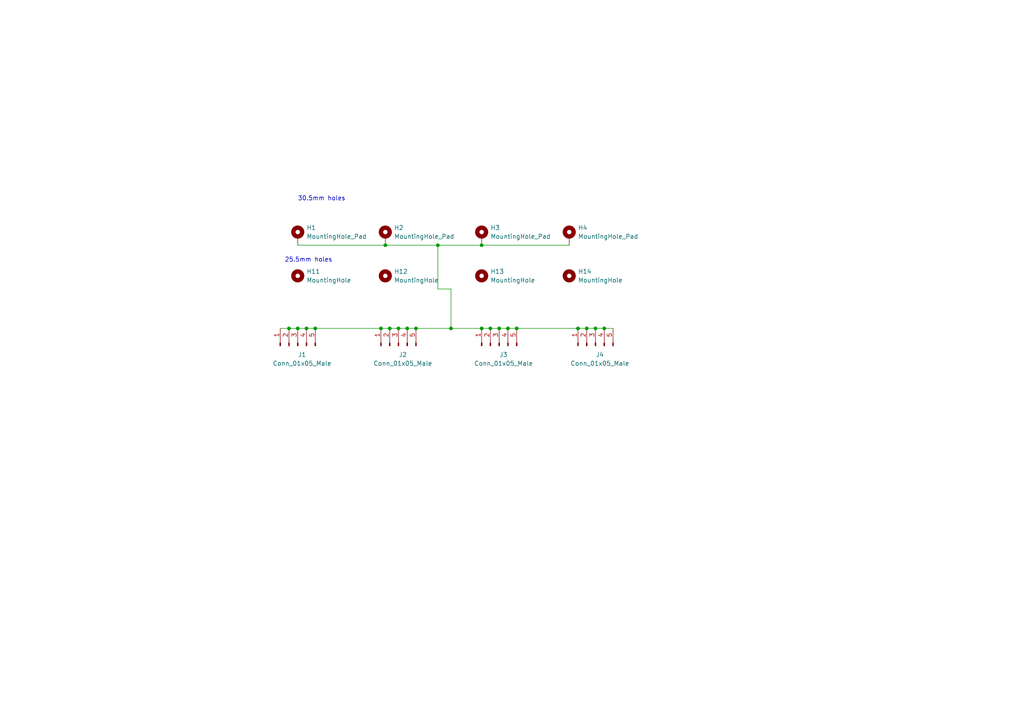
<source format=kicad_sch>
(kicad_sch (version 20211123) (generator eeschema)
  (paper "A4")
  (lib_symbols
    (symbol "Connector:Conn_01x05_Male" (pin_names (offset 1.016) hide)
      (property "Reference" "J" (at 0 7.62 0))
      (property "Value" "Conn_01x05_Male" (at 0 -7.62 0))
      (symbol "Conn_01x05_Male_1_1"
        (polyline (pts (xy 1.27 -5.08) (xy 0.8636 -5.08)) (stroke (width 0.1524)))
        (polyline (pts (xy 1.27 -2.54) (xy 0.8636 -2.54)) (stroke (width 0.1524)))
        (polyline (pts (xy 1.27 0) (xy 0.8636 0)) (stroke (width 0.1524)))
        (polyline (pts (xy 1.27 2.54) (xy 0.8636 2.54)) (stroke (width 0.1524)))
        (polyline (pts (xy 1.27 5.08) (xy 0.8636 5.08)) (stroke (width 0.1524)))
        (rectangle (start 0.8636 -4.953) (end 0 -5.207) (stroke (width 0.1524)) (fill (type outline)))
        (rectangle (start 0.8636 -2.413) (end 0 -2.667) (stroke (width 0.1524)) (fill (type outline)))
        (rectangle (start 0.8636 0.127) (end 0 -0.127) (stroke (width 0.1524)) (fill (type outline)))
        (rectangle (start 0.8636 2.667) (end 0 2.413) (stroke (width 0.1524)) (fill (type outline)))
        (rectangle (start 0.8636 5.207) (end 0 4.953) (stroke (width 0.1524)) (fill (type outline)))
        (pin passive line (at 5.08 5.08 180) (length 3.81) (name "Pin_1") (number "1"))
        (pin passive line (at 5.08 2.54 180) (length 3.81) (name "Pin_2") (number "2"))
        (pin passive line (at 5.08 0 180) (length 3.81) (name "Pin_3") (number "3"))
        (pin passive line (at 5.08 -2.54 180) (length 3.81) (name "Pin_4") (number "4"))
        (pin passive line (at 5.08 -5.08 180) (length 3.81) (name "Pin_5") (number "5"))
      )
    )
    (symbol "Mechanical:MountingHole" (pin_names (offset 1.016))
      (property "Reference" "H" (at 0 5.08 0))
      (property "Value" "MountingHole" (at 0 3.175 0))
      (symbol "MountingHole_0_1"
        (circle (center 0 0) (radius 1.27) (stroke (width 1.27)))
      )
    )
    (symbol "Mechanical:MountingHole_Pad" (pin_numbers hide) (pin_names (offset 1.016) hide)
      (property "Reference" "H" (at 0 6.35 0))
      (property "Value" "MountingHole_Pad" (at 0 4.445 0))
      (symbol "MountingHole_Pad_0_1"
        (circle (center 0 1.27) (radius 1.27) (stroke (width 1.27)))
      )
      (symbol "MountingHole_Pad_1_1"
        (pin input line (at 0 -2.54 90) (length 2.54) (name "1") (number "1"))
      )
    )
  )
  (junction (at 170.18 95.25))
  (junction (at 115.57 95.25))
  (junction (at 88.9 95.25))
  (junction (at 142.24 95.25))
  (junction (at 111.76 71.12))
  (junction (at 118.11 95.25))
  (junction (at 172.72 95.25))
  (junction (at 175.26 95.25))
  (junction (at 130.81 95.25))
  (junction (at 86.36 95.25))
  (junction (at 120.65 95.25))
  (junction (at 149.86 95.25))
  (junction (at 113.03 95.25))
  (junction (at 139.7 71.12))
  (junction (at 127 71.12))
  (junction (at 139.7 95.25))
  (junction (at 83.82 95.25))
  (junction (at 110.49 95.25))
  (junction (at 147.32 95.25))
  (junction (at 91.44 95.25))
  (junction (at 167.64 95.25))
  (junction (at 144.78 95.25))
  (wire (pts (xy 118.11 95.25) (xy 120.65 95.25)))
  (wire (pts (xy 147.32 95.25) (xy 149.86 95.25)))
  (wire (pts (xy 91.44 95.25) (xy 110.49 95.25)))
  (wire (pts (xy 130.81 95.25) (xy 139.7 95.25)))
  (wire (pts (xy 81.28 95.25) (xy 83.82 95.25)))
  (wire (pts (xy 144.78 95.25) (xy 147.32 95.25)))
  (wire (pts (xy 113.03 95.25) (xy 115.57 95.25)))
  (wire (pts (xy 175.26 95.25) (xy 177.8 95.25)))
  (wire (pts (xy 88.9 95.25) (xy 91.44 95.25)))
  (wire (pts (xy 127 71.12) (xy 127 83.82)))
  (wire (pts (xy 149.86 95.25) (xy 167.64 95.25)))
  (wire (pts (xy 130.81 95.25) (xy 130.81 83.82)))
  (wire (pts (xy 86.36 71.12) (xy 111.76 71.12)))
  (wire (pts (xy 115.57 95.25) (xy 118.11 95.25)))
  (wire (pts (xy 120.65 95.25) (xy 130.81 95.25)))
  (wire (pts (xy 170.18 95.25) (xy 172.72 95.25)))
  (wire (pts (xy 167.64 95.25) (xy 170.18 95.25)))
  (wire (pts (xy 110.49 95.25) (xy 113.03 95.25)))
  (wire (pts (xy 142.24 95.25) (xy 144.78 95.25)))
  (wire (pts (xy 127 83.82) (xy 130.81 83.82)))
  (wire (pts (xy 127 71.12) (xy 139.7 71.12)))
  (wire (pts (xy 139.7 71.12) (xy 165.1 71.12)))
  (wire (pts (xy 86.36 95.25) (xy 88.9 95.25)))
  (wire (pts (xy 139.7 95.25) (xy 142.24 95.25)))
  (wire (pts (xy 83.82 95.25) (xy 86.36 95.25)))
  (wire (pts (xy 172.72 95.25) (xy 175.26 95.25)))
  (wire (pts (xy 111.76 71.12) (xy 127 71.12)))
  (text "30.5mm holes" (at 86.36 58.42 0) (effects (font (size 1.27 1.27)) (justify left bottom)))
  (text "25.5mm holes" (at 82.55 76.2 0) (effects (font (size 1.27 1.27)) (justify left bottom)))
  (symbol (lib_id "Mechanical:MountingHole_Pad") (at 86.36 68.58 0) (unit 1)
    (property "Reference" "H1" (at 88.9 66.0399 0) (effects (justify left)))
    (property "Value" "MountingHole_Pad" (at 88.9 68.5799 0) (effects (justify left)))
    (property "Footprint" "MountingHole:MountingHole_3.2mm_M3_Pad_TopBottom" (effects hide))
  )
  (symbol (lib_id "Mechanical:MountingHole") (at 165.1 80.01 0) (unit 1)
    (property "Reference" "H14" (at 167.64 78.7399 0) (effects (justify left)))
    (property "Value" "MountingHole" (at 167.64 81.2799 0) (effects (justify left)))
    (property "Footprint" "MountingHole:MountingHole_2.2mm_M2_ISO7380" (effects hide))
  )
  (symbol (lib_id "Connector:Conn_01x05_Male") (at 115.57 100.33 90) (unit 1)
    (property "Reference" "J2" (at 116.84 102.87 90))
    (property "Value" "Conn_01x05_Male" (at 116.84 105.41 90))
    (property "Footprint" "Connector_PinHeader_2.54mm:PinHeader_1x05_P2.54mm_Vertical" (effects hide))
  )
  (symbol (lib_id "Mechanical:MountingHole_Pad") (at 111.76 68.58 0) (unit 1)
    (property "Reference" "H2" (at 114.3 66.0399 0) (effects (justify left)))
    (property "Value" "MountingHole_Pad" (at 114.3 68.5799 0) (effects (justify left)))
    (property "Footprint" "MountingHole:MountingHole_3.2mm_M3_Pad_TopBottom" (effects hide))
  )
  (symbol (lib_id "Connector:Conn_01x05_Male") (at 86.36 100.33 90) (unit 1)
    (property "Reference" "J1" (at 87.63 102.87 90))
    (property "Value" "Conn_01x05_Male" (at 87.63 105.41 90))
    (property "Footprint" "Connector_PinHeader_2.54mm:PinHeader_1x05_P2.54mm_Vertical" (effects hide))
  )
  (symbol (lib_id "Mechanical:MountingHole") (at 86.36 80.01 0) (unit 1)
    (property "Reference" "H11" (at 88.9 78.7399 0) (effects (justify left)))
    (property "Value" "MountingHole" (at 88.9 81.2799 0) (effects (justify left)))
    (property "Footprint" "MountingHole:MountingHole_2.2mm_M2_ISO7380" (effects hide))
  )
  (symbol (lib_id "Mechanical:MountingHole_Pad") (at 139.7 68.58 0) (unit 1)
    (property "Reference" "H3" (at 142.24 66.0399 0) (effects (justify left)))
    (property "Value" "MountingHole_Pad" (at 142.24 68.5799 0) (effects (justify left)))
    (property "Footprint" "MountingHole:MountingHole_3.2mm_M3_Pad_TopBottom" (effects hide))
  )
  (symbol (lib_id "Mechanical:MountingHole") (at 139.7 80.01 0) (unit 1)
    (property "Reference" "H13" (at 142.24 78.7399 0) (effects (justify left)))
    (property "Value" "MountingHole" (at 142.24 81.2799 0) (effects (justify left)))
    (property "Footprint" "MountingHole:MountingHole_2.2mm_M2_ISO7380" (effects hide))
  )
  (symbol (lib_id "Connector:Conn_01x05_Male") (at 144.78 100.33 90) (unit 1)
    (property "Reference" "J3" (at 146.05 102.87 90))
    (property "Value" "Conn_01x05_Male" (at 146.05 105.41 90))
    (property "Footprint" "Connector_PinHeader_2.54mm:PinHeader_1x05_P2.54mm_Vertical" (effects hide))
  )
  (symbol (lib_id "Mechanical:MountingHole_Pad") (at 165.1 68.58 0) (unit 1)
    (property "Reference" "H4" (at 167.64 66.0399 0) (effects (justify left)))
    (property "Value" "MountingHole_Pad" (at 167.64 68.5799 0) (effects (justify left)))
    (property "Footprint" "MountingHole:MountingHole_3.2mm_M3_Pad_TopBottom" (effects hide))
  )
  (symbol (lib_id "Mechanical:MountingHole") (at 111.76 80.01 0) (unit 1)
    (property "Reference" "H12" (at 114.3 78.7399 0) (effects (justify left)))
    (property "Value" "MountingHole" (at 114.3 81.2799 0) (effects (justify left)))
    (property "Footprint" "MountingHole:MountingHole_2.2mm_M2_ISO7380" (effects hide))
  )
  (symbol (lib_id "Connector:Conn_01x05_Male") (at 172.72 100.33 90) (unit 1)
    (property "Reference" "J4" (at 173.99 102.87 90))
    (property "Value" "Conn_01x05_Male" (at 173.99 105.41 90))
    (property "Footprint" "Connector_PinHeader_2.54mm:PinHeader_1x05_P2.54mm_Vertical" (effects hide))
  )
)
</source>
